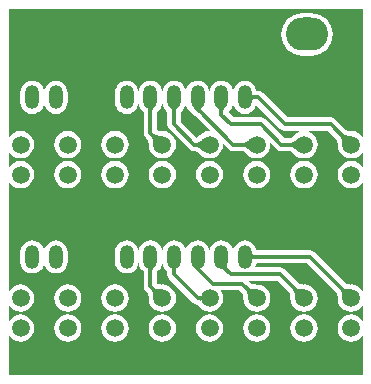
<source format=gbl>
G04 Layer_Physical_Order=2*
G04 Layer_Color=16711680*
%FSLAX44Y44*%
%MOMM*%
G71*
G01*
G75*
%ADD10O,1.2000X2.0000*%
%ADD11O,3.5560X2.7940*%
%ADD12C,1.5000*%
%ADD13R,1.5000X1.5000*%
%ADD14C,0.3000*%
G36*
X168253Y-123996D02*
X167875Y-124023D01*
X167596Y-124107D01*
X167416Y-124248D01*
X167336Y-124445D01*
X167354Y-124698D01*
X167472Y-125007D01*
X167689Y-125374D01*
X168004Y-125796D01*
X168419Y-126275D01*
X168933Y-126810D01*
X166061Y-128180D01*
X161667Y-123988D01*
X168253Y-123996D01*
D02*
G37*
G36*
X127703Y-124175D02*
X127451Y-124284D01*
X127228Y-124466D01*
X127035Y-124721D01*
X126871Y-125049D01*
X126738Y-125450D01*
X126634Y-125924D01*
X126559Y-126471D01*
X126515Y-127091D01*
X126500Y-127783D01*
X123500D01*
X123485Y-127091D01*
X123366Y-125924D01*
X123262Y-125450D01*
X123129Y-125049D01*
X122965Y-124721D01*
X122772Y-124466D01*
X122549Y-124284D01*
X122297Y-124175D01*
X122014Y-124138D01*
X127986D01*
X127703Y-124175D01*
D02*
G37*
G36*
X169644Y-25250D02*
X168917Y-24537D01*
X167516Y-23338D01*
X166841Y-22850D01*
X166183Y-22438D01*
X165542Y-22100D01*
X164919Y-21837D01*
X164312Y-21650D01*
X163723Y-21537D01*
X163151Y-21500D01*
Y-18500D01*
X163723Y-18463D01*
X164312Y-18350D01*
X164919Y-18162D01*
X165542Y-17900D01*
X166183Y-17563D01*
X166841Y-17150D01*
X167516Y-16662D01*
X168208Y-16100D01*
X169644Y-14750D01*
Y-25250D01*
D02*
G37*
G36*
X249644D02*
X248917Y-24537D01*
X247516Y-23338D01*
X246841Y-22850D01*
X246183Y-22438D01*
X245542Y-22100D01*
X244919Y-21837D01*
X244312Y-21650D01*
X243723Y-21537D01*
X243151Y-21500D01*
Y-18500D01*
X243723Y-18463D01*
X244312Y-18350D01*
X244919Y-18162D01*
X245542Y-17900D01*
X246183Y-17563D01*
X246841Y-17150D01*
X247516Y-16662D01*
X248208Y-16100D01*
X249644Y-14750D01*
Y-25250D01*
D02*
G37*
G36*
X209644D02*
X208917Y-24537D01*
X207516Y-23338D01*
X206841Y-22850D01*
X206183Y-22438D01*
X205542Y-22100D01*
X204919Y-21837D01*
X204312Y-21650D01*
X203723Y-21537D01*
X203151Y-21500D01*
Y-18500D01*
X203723Y-18463D01*
X204312Y-18350D01*
X204919Y-18162D01*
X205542Y-17900D01*
X206183Y-17563D01*
X206841Y-17150D01*
X207516Y-16662D01*
X208208Y-16100D01*
X209644Y-14750D01*
Y-25250D01*
D02*
G37*
G36*
X147703Y-124175D02*
X147451Y-124284D01*
X147228Y-124466D01*
X147035Y-124721D01*
X146871Y-125049D01*
X146738Y-125450D01*
X146634Y-125924D01*
X146559Y-126471D01*
X146515Y-127091D01*
X146500Y-127783D01*
X143500D01*
X143485Y-127091D01*
X143366Y-125924D01*
X143262Y-125450D01*
X143129Y-125049D01*
X142965Y-124721D01*
X142772Y-124466D01*
X142549Y-124284D01*
X142297Y-124175D01*
X142014Y-124138D01*
X147986D01*
X147703Y-124175D01*
D02*
G37*
G36*
X167979Y-152637D02*
X167875Y-152421D01*
X167733Y-152227D01*
X167553Y-152057D01*
X167336Y-151909D01*
X167081Y-151784D01*
X166788Y-151682D01*
X166458Y-151602D01*
X166089Y-151545D01*
X165683Y-151511D01*
X165240Y-151500D01*
Y-148500D01*
X165683Y-148489D01*
X166089Y-148455D01*
X166458Y-148398D01*
X166788Y-148318D01*
X167081Y-148216D01*
X167336Y-148091D01*
X167553Y-147943D01*
X167733Y-147773D01*
X167875Y-147579D01*
X167979Y-147363D01*
Y-152637D01*
D02*
G37*
G36*
X128113Y-140939D02*
X128610Y-141276D01*
X129171Y-141572D01*
X129797Y-141827D01*
X130489Y-142042D01*
X131246Y-142215D01*
X132068Y-142348D01*
X132955Y-142440D01*
X134925Y-142500D01*
X127500Y-149925D01*
X127490Y-148907D01*
X127348Y-147068D01*
X127215Y-146246D01*
X127042Y-145489D01*
X126827Y-144797D01*
X126572Y-144171D01*
X126276Y-143610D01*
X125939Y-143113D01*
X125561Y-142683D01*
X127683Y-140561D01*
X128113Y-140939D01*
D02*
G37*
G36*
X208113D02*
X208610Y-141276D01*
X209171Y-141572D01*
X209797Y-141827D01*
X210489Y-142042D01*
X211246Y-142215D01*
X212068Y-142348D01*
X212955Y-142440D01*
X214925Y-142500D01*
X207500Y-149925D01*
X207490Y-148907D01*
X207348Y-147068D01*
X207215Y-146246D01*
X207042Y-145489D01*
X206828Y-144797D01*
X206572Y-144171D01*
X206276Y-143610D01*
X205939Y-143113D01*
X205561Y-142683D01*
X207682Y-140561D01*
X208113Y-140939D01*
D02*
G37*
G36*
X189741Y-122412D02*
X189573Y-122602D01*
X189486Y-122831D01*
X189480Y-123100D01*
X189556Y-123407D01*
X189713Y-123754D01*
X189951Y-124140D01*
X190271Y-124565D01*
X190672Y-125030D01*
X191155Y-125534D01*
X188362Y-126983D01*
X187826Y-126468D01*
X186832Y-125641D01*
X186374Y-125330D01*
X185943Y-125086D01*
X185537Y-124910D01*
X185158Y-124803D01*
X184805Y-124763D01*
X184478Y-124791D01*
X184177Y-124887D01*
X189991Y-122261D01*
X189741Y-122412D01*
D02*
G37*
G36*
X210998Y-112285D02*
X211089Y-112540D01*
X211241Y-112765D01*
X211453Y-112960D01*
X211726Y-113125D01*
X212059Y-113260D01*
X212453Y-113365D01*
X212907Y-113440D01*
X213423Y-113485D01*
X213998Y-113500D01*
Y-116500D01*
X213423Y-116515D01*
X212907Y-116560D01*
X212453Y-116635D01*
X212059Y-116740D01*
X211726Y-116875D01*
X211453Y-117040D01*
X211241Y-117235D01*
X211089Y-117460D01*
X210998Y-117715D01*
X210968Y-118000D01*
Y-112000D01*
X210998Y-112285D01*
D02*
G37*
G36*
X187703Y10825D02*
X187451Y10716D01*
X187228Y10534D01*
X187035Y10279D01*
X186871Y9951D01*
X186738Y9549D01*
X186634Y9076D01*
X186559Y8529D01*
X186515Y7909D01*
X186500Y7217D01*
X183500D01*
X183485Y7909D01*
X183366Y9076D01*
X183262Y9549D01*
X183129Y9951D01*
X182965Y10279D01*
X182772Y10534D01*
X182549Y10716D01*
X182297Y10825D01*
X182014Y10862D01*
X187986D01*
X187703Y10825D01*
D02*
G37*
G36*
X147703D02*
X147451Y10716D01*
X147228Y10534D01*
X147035Y10279D01*
X146871Y9951D01*
X146738Y9549D01*
X146634Y9076D01*
X146559Y8529D01*
X146515Y7909D01*
X146500Y7217D01*
X143500D01*
X143485Y7909D01*
X143366Y9076D01*
X143262Y9549D01*
X143129Y9951D01*
X142965Y10279D01*
X142772Y10534D01*
X142549Y10716D01*
X142297Y10825D01*
X142014Y10862D01*
X147986D01*
X147703Y10825D01*
D02*
G37*
G36*
X210998Y22715D02*
X211089Y22460D01*
X211241Y22235D01*
X211453Y22040D01*
X211726Y21875D01*
X212059Y21740D01*
X212453Y21635D01*
X212907Y21560D01*
X213423Y21515D01*
X213998Y21500D01*
Y18500D01*
X213423Y18485D01*
X212907Y18440D01*
X212453Y18365D01*
X212059Y18260D01*
X211726Y18125D01*
X211453Y17960D01*
X211241Y17765D01*
X211089Y17540D01*
X210998Y17285D01*
X210968Y17000D01*
Y23000D01*
X210998Y22715D01*
D02*
G37*
G36*
X248113Y-140939D02*
X248610Y-141276D01*
X249171Y-141572D01*
X249797Y-141827D01*
X250489Y-142042D01*
X251246Y-142215D01*
X252068Y-142348D01*
X252955Y-142440D01*
X254925Y-142500D01*
X247500Y-149925D01*
X247490Y-148907D01*
X247348Y-147068D01*
X247215Y-146246D01*
X247042Y-145489D01*
X246827Y-144797D01*
X246572Y-144171D01*
X246276Y-143610D01*
X245939Y-143113D01*
X245561Y-142683D01*
X247682Y-140561D01*
X248113Y-140939D01*
D02*
G37*
G36*
X288113D02*
X288610Y-141276D01*
X289171Y-141572D01*
X289797Y-141827D01*
X290489Y-142042D01*
X291246Y-142215D01*
X292068Y-142348D01*
X292955Y-142440D01*
X294925Y-142500D01*
X287500Y-149925D01*
X287490Y-148907D01*
X287348Y-147068D01*
X287215Y-146246D01*
X287042Y-145489D01*
X286827Y-144797D01*
X286572Y-144171D01*
X286276Y-143610D01*
X285939Y-143113D01*
X285561Y-142683D01*
X287682Y-140561D01*
X288113Y-140939D01*
D02*
G37*
G36*
X127703Y10825D02*
X127451Y10716D01*
X127228Y10534D01*
X127035Y10279D01*
X126871Y9951D01*
X126738Y9549D01*
X126634Y9076D01*
X126559Y8529D01*
X126515Y7909D01*
X126500Y7217D01*
X123500D01*
X123485Y7909D01*
X123366Y9076D01*
X123262Y9549D01*
X123129Y9951D01*
X122965Y10279D01*
X122772Y10534D01*
X122549Y10716D01*
X122297Y10825D01*
X122014Y10862D01*
X127986D01*
X127703Y10825D01*
D02*
G37*
G36*
X288113Y-10939D02*
X288610Y-11276D01*
X289171Y-11572D01*
X289797Y-11827D01*
X290489Y-12042D01*
X291246Y-12215D01*
X292068Y-12348D01*
X292955Y-12440D01*
X294925Y-12500D01*
X287500Y-19925D01*
X287490Y-18907D01*
X287348Y-17068D01*
X287215Y-16246D01*
X287042Y-15489D01*
X286827Y-14797D01*
X286572Y-14171D01*
X286276Y-13609D01*
X285939Y-13113D01*
X285561Y-12682D01*
X287682Y-10561D01*
X288113Y-10939D01*
D02*
G37*
G36*
X128113D02*
X128610Y-11276D01*
X129171Y-11572D01*
X129797Y-11827D01*
X130489Y-12042D01*
X131246Y-12215D01*
X132068Y-12348D01*
X132955Y-12440D01*
X134925Y-12500D01*
X127500Y-19925D01*
X127490Y-18907D01*
X127348Y-17068D01*
X127215Y-16246D01*
X127042Y-15489D01*
X126827Y-14797D01*
X126572Y-14171D01*
X126276Y-13609D01*
X125939Y-13113D01*
X125561Y-12682D01*
X127683Y-10561D01*
X128113Y-10939D01*
D02*
G37*
G36*
X304800Y0D02*
Y-13881D01*
X303202Y-11798D01*
X300800Y-9955D01*
X298002Y-8796D01*
X295000Y-8401D01*
X294867Y-8418D01*
X293228Y-8368D01*
X292603Y-8303D01*
X292027Y-8210D01*
X291550Y-8101D01*
X291173Y-7984D01*
X290896Y-7871D01*
X290713Y-7775D01*
X290689Y-7758D01*
X281505Y1425D01*
X279686Y2641D01*
X277540Y3068D01*
X241083D01*
X220185Y23965D01*
X218366Y25181D01*
X216220Y25608D01*
X214875D01*
X214743Y26611D01*
X213735Y29043D01*
X212132Y31132D01*
X210043Y32735D01*
X207610Y33743D01*
X205000Y34086D01*
X202390Y33743D01*
X199957Y32735D01*
X197868Y31132D01*
X196265Y29043D01*
X195257Y26611D01*
X195000Y24655D01*
X194743Y26611D01*
X193735Y29043D01*
X192132Y31132D01*
X190043Y32735D01*
X187610Y33743D01*
X185000Y34086D01*
X182390Y33743D01*
X179957Y32735D01*
X177868Y31132D01*
X176265Y29043D01*
X175257Y26611D01*
X175000Y24655D01*
X174743Y26611D01*
X173735Y29043D01*
X172132Y31132D01*
X170043Y32735D01*
X167610Y33743D01*
X165000Y34086D01*
X162390Y33743D01*
X159957Y32735D01*
X157868Y31132D01*
X156265Y29043D01*
X155257Y26611D01*
X155000Y24655D01*
X154743Y26611D01*
X153735Y29043D01*
X152132Y31132D01*
X150043Y32735D01*
X147611Y33743D01*
X145000Y34086D01*
X142389Y33743D01*
X139957Y32735D01*
X137868Y31132D01*
X136265Y29043D01*
X135257Y26611D01*
X135000Y24655D01*
X134743Y26611D01*
X133735Y29043D01*
X132132Y31132D01*
X130043Y32735D01*
X127611Y33743D01*
X125000Y34086D01*
X122389Y33743D01*
X119957Y32735D01*
X117868Y31132D01*
X116265Y29043D01*
X115257Y26611D01*
X115000Y24655D01*
X114743Y26611D01*
X113735Y29043D01*
X112132Y31132D01*
X110043Y32735D01*
X107611Y33743D01*
X105000Y34086D01*
X102389Y33743D01*
X99957Y32735D01*
X97868Y31132D01*
X96265Y29043D01*
X95257Y26611D01*
X94914Y24000D01*
Y16000D01*
X95257Y13390D01*
X96265Y10957D01*
X97868Y8868D01*
X99957Y7265D01*
X102389Y6257D01*
X105000Y5914D01*
X107611Y6257D01*
X110043Y7265D01*
X112132Y8868D01*
X113735Y10957D01*
X114743Y13390D01*
X115000Y15345D01*
X115257Y13390D01*
X116265Y10957D01*
X117868Y8868D01*
X119392Y7698D01*
Y-10000D01*
X119819Y-12146D01*
X121035Y-13965D01*
X122758Y-15689D01*
X122775Y-15713D01*
X122871Y-15896D01*
X122984Y-16173D01*
X123101Y-16550D01*
X123210Y-17027D01*
X123295Y-17551D01*
X123414Y-19085D01*
X123421Y-19846D01*
X123401Y-20000D01*
X123796Y-23002D01*
X124955Y-25800D01*
X126798Y-28202D01*
X129200Y-30045D01*
X131998Y-31204D01*
X135000Y-31599D01*
X138002Y-31204D01*
X140800Y-30045D01*
X143202Y-28202D01*
X145045Y-25800D01*
X146204Y-23002D01*
X146599Y-20000D01*
X146204Y-16998D01*
X145045Y-14200D01*
X143202Y-11798D01*
X140800Y-9955D01*
X138002Y-8796D01*
X135000Y-8401D01*
X134867Y-8418D01*
X133228Y-8368D01*
X132603Y-8303D01*
X132027Y-8210D01*
X131550Y-8101D01*
X131173Y-7984D01*
X130896Y-7871D01*
X130713Y-7775D01*
X130689Y-7758D01*
X130608Y-7677D01*
Y7698D01*
X132132Y8868D01*
X133735Y10957D01*
X134743Y13390D01*
X135000Y15345D01*
X135257Y13390D01*
X136265Y10957D01*
X137868Y8868D01*
X139392Y7698D01*
Y-2760D01*
X139819Y-4906D01*
X141035Y-6725D01*
X158275Y-23965D01*
X160094Y-25181D01*
X162240Y-25608D01*
X163295D01*
X163325Y-25613D01*
X163521Y-25674D01*
X163797Y-25791D01*
X164146Y-25974D01*
X164561Y-26234D01*
X164991Y-26545D01*
X166160Y-27546D01*
X166703Y-28079D01*
X166798Y-28202D01*
X169200Y-30045D01*
X171998Y-31204D01*
X175000Y-31599D01*
X178002Y-31204D01*
X180800Y-30045D01*
X183202Y-28202D01*
X185045Y-25800D01*
X186204Y-23002D01*
X186599Y-20000D01*
X186488Y-19159D01*
X191295Y-23965D01*
X193114Y-25181D01*
X195260Y-25608D01*
X203295D01*
X203325Y-25613D01*
X203521Y-25674D01*
X203797Y-25791D01*
X204146Y-25974D01*
X204561Y-26234D01*
X204991Y-26545D01*
X206160Y-27546D01*
X206703Y-28079D01*
X206798Y-28202D01*
X209200Y-30045D01*
X211998Y-31204D01*
X215000Y-31599D01*
X218002Y-31204D01*
X220800Y-30045D01*
X223202Y-28202D01*
X225045Y-25800D01*
X226204Y-23002D01*
X226599Y-20000D01*
X226391Y-18422D01*
X231935Y-23965D01*
X233754Y-25181D01*
X235900Y-25608D01*
X243295D01*
X243325Y-25613D01*
X243521Y-25674D01*
X243797Y-25791D01*
X244146Y-25974D01*
X244561Y-26234D01*
X244991Y-26545D01*
X246160Y-27546D01*
X246703Y-28079D01*
X246798Y-28202D01*
X249200Y-30045D01*
X251998Y-31204D01*
X255000Y-31599D01*
X258002Y-31204D01*
X260800Y-30045D01*
X263202Y-28202D01*
X265045Y-25800D01*
X266204Y-23002D01*
X266599Y-20000D01*
X266204Y-16998D01*
X265045Y-14200D01*
X263202Y-11798D01*
X260800Y-9955D01*
X258002Y-8796D01*
X255000Y-8401D01*
X251998Y-8796D01*
X249200Y-9955D01*
X246798Y-11798D01*
X246716Y-11904D01*
X245522Y-13028D01*
X245034Y-13424D01*
X244561Y-13766D01*
X244146Y-14026D01*
X243797Y-14210D01*
X243521Y-14326D01*
X243325Y-14387D01*
X243295Y-14392D01*
X238223D01*
X222405Y1425D01*
X220586Y2641D01*
X218440Y3068D01*
X195363D01*
X190678Y7752D01*
X192132Y8868D01*
X193735Y10957D01*
X194743Y13390D01*
X195000Y15345D01*
X195257Y13390D01*
X196265Y10957D01*
X197868Y8868D01*
X199957Y7265D01*
X202390Y6257D01*
X205000Y5914D01*
X207610Y6257D01*
X210043Y7265D01*
X212132Y8868D01*
X213735Y10957D01*
X214743Y13390D01*
X214761Y13529D01*
X234795Y-6505D01*
X236614Y-7721D01*
X238760Y-8148D01*
X275217D01*
X282758Y-15689D01*
X282775Y-15713D01*
X282871Y-15896D01*
X282984Y-16173D01*
X283101Y-16550D01*
X283210Y-17027D01*
X283295Y-17551D01*
X283414Y-19085D01*
X283421Y-19846D01*
X283401Y-20000D01*
X283796Y-23002D01*
X284955Y-25800D01*
X286798Y-28202D01*
X289200Y-30045D01*
X291998Y-31204D01*
X295000Y-31599D01*
X298002Y-31204D01*
X300800Y-30045D01*
X303202Y-28202D01*
X304800Y-26119D01*
Y-39281D01*
X303202Y-37198D01*
X300800Y-35355D01*
X298002Y-34196D01*
X295000Y-33801D01*
X291998Y-34196D01*
X289200Y-35355D01*
X286798Y-37198D01*
X284955Y-39600D01*
X283796Y-42398D01*
X283401Y-45400D01*
X283796Y-48402D01*
X284955Y-51200D01*
X286798Y-53602D01*
X289200Y-55445D01*
X291998Y-56604D01*
X295000Y-56999D01*
X298002Y-56604D01*
X300800Y-55445D01*
X303202Y-53602D01*
X304800Y-51519D01*
Y-143881D01*
X303202Y-141798D01*
X300800Y-139955D01*
X298002Y-138796D01*
X295000Y-138401D01*
X294867Y-138418D01*
X293228Y-138368D01*
X292603Y-138303D01*
X292027Y-138210D01*
X291550Y-138101D01*
X291173Y-137984D01*
X290896Y-137871D01*
X290713Y-137775D01*
X290689Y-137758D01*
X263965Y-111035D01*
X262146Y-109819D01*
X260000Y-109392D01*
X214875D01*
X214743Y-108390D01*
X213735Y-105957D01*
X212132Y-103868D01*
X210043Y-102265D01*
X207610Y-101257D01*
X205000Y-100914D01*
X202390Y-101257D01*
X199957Y-102265D01*
X197868Y-103868D01*
X196265Y-105957D01*
X195257Y-108390D01*
X195000Y-110345D01*
X194743Y-108390D01*
X193735Y-105957D01*
X192132Y-103868D01*
X190043Y-102265D01*
X187610Y-101257D01*
X185000Y-100914D01*
X182390Y-101257D01*
X179957Y-102265D01*
X177868Y-103868D01*
X176265Y-105957D01*
X175257Y-108390D01*
X175000Y-110345D01*
X174743Y-108390D01*
X173735Y-105957D01*
X172132Y-103868D01*
X170043Y-102265D01*
X167610Y-101257D01*
X165000Y-100914D01*
X162390Y-101257D01*
X159957Y-102265D01*
X157868Y-103868D01*
X156265Y-105957D01*
X155257Y-108390D01*
X155000Y-110345D01*
X154743Y-108390D01*
X153735Y-105957D01*
X152132Y-103868D01*
X150043Y-102265D01*
X147611Y-101257D01*
X145000Y-100914D01*
X142389Y-101257D01*
X139957Y-102265D01*
X137868Y-103868D01*
X136265Y-105957D01*
X135257Y-108390D01*
X135000Y-110345D01*
X134743Y-108390D01*
X133735Y-105957D01*
X132132Y-103868D01*
X130043Y-102265D01*
X127611Y-101257D01*
X125000Y-100914D01*
X122389Y-101257D01*
X119957Y-102265D01*
X117868Y-103868D01*
X116265Y-105957D01*
X115257Y-108390D01*
X115000Y-110345D01*
X114743Y-108390D01*
X113735Y-105957D01*
X112132Y-103868D01*
X110043Y-102265D01*
X107611Y-101257D01*
X105000Y-100914D01*
X102389Y-101257D01*
X99957Y-102265D01*
X97868Y-103868D01*
X96265Y-105957D01*
X95257Y-108390D01*
X94914Y-111000D01*
Y-119000D01*
X95257Y-121610D01*
X96265Y-124043D01*
X97868Y-126132D01*
X99957Y-127735D01*
X102389Y-128743D01*
X105000Y-129086D01*
X107611Y-128743D01*
X110043Y-127735D01*
X112132Y-126132D01*
X113735Y-124043D01*
X114743Y-121610D01*
X115000Y-119655D01*
X115257Y-121610D01*
X116265Y-124043D01*
X117868Y-126132D01*
X119392Y-127302D01*
Y-140000D01*
X119819Y-142146D01*
X121035Y-143965D01*
X122758Y-145689D01*
X122775Y-145713D01*
X122871Y-145896D01*
X122984Y-146173D01*
X123101Y-146550D01*
X123210Y-147027D01*
X123295Y-147551D01*
X123414Y-149085D01*
X123421Y-149846D01*
X123401Y-150000D01*
X123796Y-153002D01*
X124955Y-155800D01*
X126798Y-158202D01*
X129200Y-160045D01*
X131998Y-161204D01*
X135000Y-161599D01*
X138002Y-161204D01*
X140800Y-160045D01*
X143202Y-158202D01*
X145045Y-155800D01*
X146204Y-153002D01*
X146599Y-150000D01*
X146204Y-146998D01*
X145045Y-144200D01*
X143202Y-141798D01*
X140800Y-139955D01*
X138002Y-138796D01*
X135000Y-138401D01*
X134867Y-138418D01*
X133228Y-138368D01*
X132603Y-138303D01*
X132027Y-138210D01*
X131550Y-138101D01*
X131173Y-137984D01*
X130896Y-137871D01*
X130713Y-137775D01*
X130689Y-137758D01*
X130608Y-137677D01*
Y-127302D01*
X132132Y-126132D01*
X133735Y-124043D01*
X134743Y-121610D01*
X135000Y-119655D01*
X135257Y-121610D01*
X136265Y-124043D01*
X137868Y-126132D01*
X139392Y-127302D01*
Y-129760D01*
X139819Y-131906D01*
X141035Y-133725D01*
X161275Y-153965D01*
X163094Y-155181D01*
X164842Y-155529D01*
X164955Y-155800D01*
X166798Y-158202D01*
X169200Y-160045D01*
X171998Y-161204D01*
X175000Y-161599D01*
X178002Y-161204D01*
X180800Y-160045D01*
X183202Y-158202D01*
X185045Y-155800D01*
X186204Y-153002D01*
X186599Y-150000D01*
X186204Y-146998D01*
X185045Y-144200D01*
X184299Y-143228D01*
X200297D01*
X202758Y-145689D01*
X202775Y-145713D01*
X202871Y-145896D01*
X202984Y-146173D01*
X203101Y-146550D01*
X203210Y-147027D01*
X203295Y-147551D01*
X203414Y-149085D01*
X203421Y-149846D01*
X203401Y-150000D01*
X203796Y-153002D01*
X204955Y-155800D01*
X206798Y-158202D01*
X209200Y-160045D01*
X211998Y-161204D01*
X215000Y-161599D01*
X218002Y-161204D01*
X220800Y-160045D01*
X223202Y-158202D01*
X225045Y-155800D01*
X226204Y-153002D01*
X226599Y-150000D01*
X226204Y-146998D01*
X225045Y-144200D01*
X223202Y-141798D01*
X220800Y-139955D01*
X218002Y-138796D01*
X215000Y-138401D01*
X214867Y-138418D01*
X213228Y-138368D01*
X212603Y-138303D01*
X212027Y-138210D01*
X211550Y-138101D01*
X211173Y-137984D01*
X210896Y-137871D01*
X210713Y-137775D01*
X210689Y-137758D01*
X208078Y-135148D01*
X232217D01*
X242758Y-145689D01*
X242775Y-145713D01*
X242871Y-145896D01*
X242984Y-146173D01*
X243101Y-146550D01*
X243210Y-147027D01*
X243295Y-147551D01*
X243414Y-149085D01*
X243421Y-149846D01*
X243401Y-150000D01*
X243796Y-153002D01*
X244955Y-155800D01*
X246798Y-158202D01*
X249200Y-160045D01*
X251998Y-161204D01*
X255000Y-161599D01*
X258002Y-161204D01*
X260800Y-160045D01*
X263202Y-158202D01*
X265045Y-155800D01*
X266204Y-153002D01*
X266599Y-150000D01*
X266204Y-146998D01*
X265045Y-144200D01*
X263202Y-141798D01*
X260800Y-139955D01*
X258002Y-138796D01*
X255000Y-138401D01*
X254867Y-138418D01*
X253228Y-138368D01*
X252603Y-138303D01*
X252027Y-138210D01*
X251550Y-138101D01*
X251173Y-137984D01*
X250896Y-137871D01*
X250713Y-137775D01*
X250689Y-137758D01*
X238505Y-125575D01*
X236686Y-124359D01*
X234540Y-123932D01*
X213781D01*
X214743Y-121610D01*
X214875Y-120608D01*
X257677D01*
X282758Y-145689D01*
X282775Y-145713D01*
X282871Y-145896D01*
X282984Y-146173D01*
X283101Y-146550D01*
X283210Y-147027D01*
X283295Y-147551D01*
X283414Y-149085D01*
X283421Y-149846D01*
X283401Y-150000D01*
X283796Y-153002D01*
X284955Y-155800D01*
X286798Y-158202D01*
X289200Y-160045D01*
X291998Y-161204D01*
X295000Y-161599D01*
X298002Y-161204D01*
X300800Y-160045D01*
X303202Y-158202D01*
X304800Y-156119D01*
Y-169281D01*
X303202Y-167198D01*
X300800Y-165355D01*
X298002Y-164196D01*
X295000Y-163801D01*
X291998Y-164196D01*
X289200Y-165355D01*
X286798Y-167198D01*
X284955Y-169600D01*
X283796Y-172398D01*
X283401Y-175400D01*
X283796Y-178402D01*
X284955Y-181200D01*
X286798Y-183602D01*
X289200Y-185445D01*
X291998Y-186604D01*
X295000Y-186999D01*
X298002Y-186604D01*
X300800Y-185445D01*
X303202Y-183602D01*
X304800Y-181519D01*
Y-214902D01*
X5098D01*
Y-181386D01*
X6798Y-183602D01*
X9200Y-185445D01*
X11998Y-186604D01*
X15000Y-186999D01*
X18002Y-186604D01*
X20800Y-185445D01*
X23202Y-183602D01*
X25045Y-181200D01*
X26204Y-178402D01*
X26599Y-175400D01*
X26204Y-172398D01*
X25045Y-169600D01*
X23202Y-167198D01*
X20800Y-165355D01*
X18002Y-164196D01*
X15000Y-163801D01*
X11998Y-164196D01*
X9200Y-165355D01*
X6798Y-167198D01*
X5098Y-169414D01*
Y-155986D01*
X6798Y-158202D01*
X9200Y-160045D01*
X11998Y-161204D01*
X15000Y-161599D01*
X18002Y-161204D01*
X20800Y-160045D01*
X23202Y-158202D01*
X25045Y-155800D01*
X26204Y-153002D01*
X26599Y-150000D01*
X26204Y-146998D01*
X25045Y-144200D01*
X23202Y-141798D01*
X20800Y-139955D01*
X18002Y-138796D01*
X15000Y-138401D01*
X11998Y-138796D01*
X9200Y-139955D01*
X6798Y-141798D01*
X5098Y-144014D01*
Y-51386D01*
X6798Y-53602D01*
X9200Y-55445D01*
X11998Y-56604D01*
X15000Y-56999D01*
X18002Y-56604D01*
X20800Y-55445D01*
X23202Y-53602D01*
X25045Y-51200D01*
X26204Y-48402D01*
X26599Y-45400D01*
X26204Y-42398D01*
X25045Y-39600D01*
X23202Y-37198D01*
X20800Y-35355D01*
X18002Y-34196D01*
X15000Y-33801D01*
X11998Y-34196D01*
X9200Y-35355D01*
X6798Y-37198D01*
X5098Y-39414D01*
Y-25986D01*
X6798Y-28202D01*
X9200Y-30045D01*
X11998Y-31204D01*
X15000Y-31599D01*
X18002Y-31204D01*
X20800Y-30045D01*
X23202Y-28202D01*
X25045Y-25800D01*
X26204Y-23002D01*
X26599Y-20000D01*
X26204Y-16998D01*
X25045Y-14200D01*
X23202Y-11798D01*
X20800Y-9955D01*
X18002Y-8796D01*
X15000Y-8401D01*
X11998Y-8796D01*
X9200Y-9955D01*
X6798Y-11798D01*
X5098Y-14014D01*
Y0D01*
Y94902D01*
X304800D01*
Y0D01*
D02*
G37*
G36*
X168030Y11073D02*
X167758Y10983D01*
X167585Y10838D01*
X167511Y10636D01*
X167535Y10378D01*
X167657Y10065D01*
X167878Y9695D01*
X168197Y9269D01*
X168615Y8788D01*
X169131Y8250D01*
X166296Y6843D01*
X161667Y11013D01*
X168400Y11107D01*
X168030Y11073D01*
D02*
G37*
G36*
X155257Y13390D02*
X156265Y10957D01*
X157868Y8868D01*
X158758Y8185D01*
X158824Y8088D01*
X158891Y8046D01*
X158938Y7983D01*
X163068Y4262D01*
X175841Y-8511D01*
X175000Y-8401D01*
X171998Y-8796D01*
X169200Y-9955D01*
X166798Y-11798D01*
X166716Y-11904D01*
X165522Y-13028D01*
X165034Y-13424D01*
X164561Y-13766D01*
X164177Y-14007D01*
X150608Y-437D01*
Y7698D01*
X152132Y8868D01*
X153735Y10957D01*
X154743Y13390D01*
X155000Y15345D01*
X155257Y13390D01*
D02*
G37*
%LPC*%
G36*
X135000Y-163801D02*
X131998Y-164196D01*
X129200Y-165355D01*
X126798Y-167198D01*
X124955Y-169600D01*
X123796Y-172398D01*
X123401Y-175400D01*
X123796Y-178402D01*
X124955Y-181200D01*
X126798Y-183602D01*
X129200Y-185445D01*
X131998Y-186604D01*
X135000Y-186999D01*
X138002Y-186604D01*
X140800Y-185445D01*
X143202Y-183602D01*
X145045Y-181200D01*
X146204Y-178402D01*
X146599Y-175400D01*
X146204Y-172398D01*
X145045Y-169600D01*
X143202Y-167198D01*
X140800Y-165355D01*
X138002Y-164196D01*
X135000Y-163801D01*
D02*
G37*
G36*
X175000D02*
X171998Y-164196D01*
X169200Y-165355D01*
X166798Y-167198D01*
X164955Y-169600D01*
X163796Y-172398D01*
X163401Y-175400D01*
X163796Y-178402D01*
X164955Y-181200D01*
X166798Y-183602D01*
X169200Y-185445D01*
X171998Y-186604D01*
X175000Y-186999D01*
X178002Y-186604D01*
X180800Y-185445D01*
X183202Y-183602D01*
X185045Y-181200D01*
X186204Y-178402D01*
X186599Y-175400D01*
X186204Y-172398D01*
X185045Y-169600D01*
X183202Y-167198D01*
X180800Y-165355D01*
X178002Y-164196D01*
X175000Y-163801D01*
D02*
G37*
G36*
X55000D02*
X51998Y-164196D01*
X49200Y-165355D01*
X46798Y-167198D01*
X44955Y-169600D01*
X43796Y-172398D01*
X43401Y-175400D01*
X43796Y-178402D01*
X44955Y-181200D01*
X46798Y-183602D01*
X49200Y-185445D01*
X51998Y-186604D01*
X55000Y-186999D01*
X58002Y-186604D01*
X60800Y-185445D01*
X63202Y-183602D01*
X65045Y-181200D01*
X66204Y-178402D01*
X66599Y-175400D01*
X66204Y-172398D01*
X65045Y-169600D01*
X63202Y-167198D01*
X60800Y-165355D01*
X58002Y-164196D01*
X55000Y-163801D01*
D02*
G37*
G36*
X95000D02*
X91998Y-164196D01*
X89200Y-165355D01*
X86798Y-167198D01*
X84955Y-169600D01*
X83796Y-172398D01*
X83401Y-175400D01*
X83796Y-178402D01*
X84955Y-181200D01*
X86798Y-183602D01*
X89200Y-185445D01*
X91998Y-186604D01*
X95000Y-186999D01*
X98002Y-186604D01*
X100800Y-185445D01*
X103202Y-183602D01*
X105045Y-181200D01*
X106204Y-178402D01*
X106599Y-175400D01*
X106204Y-172398D01*
X105045Y-169600D01*
X103202Y-167198D01*
X100800Y-165355D01*
X98002Y-164196D01*
X95000Y-163801D01*
D02*
G37*
G36*
X55000Y-138401D02*
X51998Y-138796D01*
X49200Y-139955D01*
X46798Y-141798D01*
X44955Y-144200D01*
X43796Y-146998D01*
X43401Y-150000D01*
X43796Y-153002D01*
X44955Y-155800D01*
X46798Y-158202D01*
X49200Y-160045D01*
X51998Y-161204D01*
X55000Y-161599D01*
X58002Y-161204D01*
X60800Y-160045D01*
X63202Y-158202D01*
X65045Y-155800D01*
X66204Y-153002D01*
X66599Y-150000D01*
X66204Y-146998D01*
X65045Y-144200D01*
X63202Y-141798D01*
X60800Y-139955D01*
X58002Y-138796D01*
X55000Y-138401D01*
D02*
G37*
G36*
X95000D02*
X91998Y-138796D01*
X89200Y-139955D01*
X86798Y-141798D01*
X84955Y-144200D01*
X83796Y-146998D01*
X83401Y-150000D01*
X83796Y-153002D01*
X84955Y-155800D01*
X86798Y-158202D01*
X89200Y-160045D01*
X91998Y-161204D01*
X95000Y-161599D01*
X98002Y-161204D01*
X100800Y-160045D01*
X103202Y-158202D01*
X105045Y-155800D01*
X106204Y-153002D01*
X106599Y-150000D01*
X106204Y-146998D01*
X105045Y-144200D01*
X103202Y-141798D01*
X100800Y-139955D01*
X98002Y-138796D01*
X95000Y-138401D01*
D02*
G37*
G36*
X215000Y-163801D02*
X211998Y-164196D01*
X209200Y-165355D01*
X206798Y-167198D01*
X204955Y-169600D01*
X203796Y-172398D01*
X203401Y-175400D01*
X203796Y-178402D01*
X204955Y-181200D01*
X206798Y-183602D01*
X209200Y-185445D01*
X211998Y-186604D01*
X215000Y-186999D01*
X218002Y-186604D01*
X220800Y-185445D01*
X223202Y-183602D01*
X225045Y-181200D01*
X226204Y-178402D01*
X226599Y-175400D01*
X226204Y-172398D01*
X225045Y-169600D01*
X223202Y-167198D01*
X220800Y-165355D01*
X218002Y-164196D01*
X215000Y-163801D01*
D02*
G37*
G36*
X255000D02*
X251998Y-164196D01*
X249200Y-165355D01*
X246798Y-167198D01*
X244955Y-169600D01*
X243796Y-172398D01*
X243401Y-175400D01*
X243796Y-178402D01*
X244955Y-181200D01*
X246798Y-183602D01*
X249200Y-185445D01*
X251998Y-186604D01*
X255000Y-186999D01*
X258002Y-186604D01*
X260800Y-185445D01*
X263202Y-183602D01*
X265045Y-181200D01*
X266204Y-178402D01*
X266599Y-175400D01*
X266204Y-172398D01*
X265045Y-169600D01*
X263202Y-167198D01*
X260800Y-165355D01*
X258002Y-164196D01*
X255000Y-163801D01*
D02*
G37*
G36*
X55000Y-8401D02*
X51998Y-8796D01*
X49200Y-9955D01*
X46798Y-11798D01*
X44955Y-14200D01*
X43796Y-16998D01*
X43401Y-20000D01*
X43796Y-23002D01*
X44955Y-25800D01*
X46798Y-28202D01*
X49200Y-30045D01*
X51998Y-31204D01*
X55000Y-31599D01*
X58002Y-31204D01*
X60800Y-30045D01*
X63202Y-28202D01*
X65045Y-25800D01*
X66204Y-23002D01*
X66599Y-20000D01*
X66204Y-16998D01*
X65045Y-14200D01*
X63202Y-11798D01*
X60800Y-9955D01*
X58002Y-8796D01*
X55000Y-8401D01*
D02*
G37*
G36*
X255000Y-33801D02*
X251998Y-34196D01*
X249200Y-35355D01*
X246798Y-37198D01*
X244955Y-39600D01*
X243796Y-42398D01*
X243401Y-45400D01*
X243796Y-48402D01*
X244955Y-51200D01*
X246798Y-53602D01*
X249200Y-55445D01*
X251998Y-56604D01*
X255000Y-56999D01*
X258002Y-56604D01*
X260800Y-55445D01*
X263202Y-53602D01*
X265045Y-51200D01*
X266204Y-48402D01*
X266599Y-45400D01*
X266204Y-42398D01*
X265045Y-39600D01*
X263202Y-37198D01*
X260800Y-35355D01*
X258002Y-34196D01*
X255000Y-33801D01*
D02*
G37*
G36*
X95000Y-8401D02*
X91998Y-8796D01*
X89200Y-9955D01*
X86798Y-11798D01*
X84955Y-14200D01*
X83796Y-16998D01*
X83401Y-20000D01*
X83796Y-23002D01*
X84955Y-25800D01*
X86798Y-28202D01*
X89200Y-30045D01*
X91998Y-31204D01*
X95000Y-31599D01*
X98002Y-31204D01*
X100800Y-30045D01*
X103202Y-28202D01*
X105045Y-25800D01*
X106204Y-23002D01*
X106599Y-20000D01*
X106204Y-16998D01*
X105045Y-14200D01*
X103202Y-11798D01*
X100800Y-9955D01*
X98002Y-8796D01*
X95000Y-8401D01*
D02*
G37*
G36*
X261310Y91357D02*
X253690D01*
X250167Y91010D01*
X246780Y89982D01*
X243658Y88314D01*
X240922Y86068D01*
X238676Y83332D01*
X237008Y80210D01*
X235980Y76823D01*
X235633Y73300D01*
X235980Y69777D01*
X237008Y66390D01*
X238676Y63268D01*
X240922Y60532D01*
X243658Y58286D01*
X246780Y56618D01*
X250167Y55590D01*
X253690Y55243D01*
X261310D01*
X264833Y55590D01*
X268220Y56618D01*
X271342Y58286D01*
X274078Y60532D01*
X276324Y63268D01*
X277992Y66390D01*
X279020Y69777D01*
X279367Y73300D01*
X279020Y76823D01*
X277992Y80210D01*
X276324Y83332D01*
X274078Y86068D01*
X271342Y88314D01*
X268220Y89982D01*
X264833Y91010D01*
X261310Y91357D01*
D02*
G37*
G36*
X45000Y34086D02*
X42389Y33743D01*
X39957Y32735D01*
X37868Y31132D01*
X36265Y29043D01*
X35257Y26611D01*
X35000Y24655D01*
X34743Y26611D01*
X33735Y29043D01*
X32132Y31132D01*
X30043Y32735D01*
X27610Y33743D01*
X25000Y34086D01*
X22390Y33743D01*
X19957Y32735D01*
X17868Y31132D01*
X16265Y29043D01*
X15257Y26611D01*
X14914Y24000D01*
Y16000D01*
X15257Y13390D01*
X16265Y10957D01*
X17868Y8868D01*
X19957Y7265D01*
X22390Y6257D01*
X25000Y5914D01*
X27610Y6257D01*
X30043Y7265D01*
X32132Y8868D01*
X33735Y10957D01*
X34743Y13390D01*
X35000Y15345D01*
X35257Y13390D01*
X36265Y10957D01*
X37868Y8868D01*
X39957Y7265D01*
X42389Y6257D01*
X45000Y5914D01*
X47611Y6257D01*
X50043Y7265D01*
X52132Y8868D01*
X53735Y10957D01*
X54743Y13390D01*
X55086Y16000D01*
Y24000D01*
X54743Y26611D01*
X53735Y29043D01*
X52132Y31132D01*
X50043Y32735D01*
X47611Y33743D01*
X45000Y34086D01*
D02*
G37*
G36*
X215000Y-33801D02*
X211998Y-34196D01*
X209200Y-35355D01*
X206798Y-37198D01*
X204955Y-39600D01*
X203796Y-42398D01*
X203401Y-45400D01*
X203796Y-48402D01*
X204955Y-51200D01*
X206798Y-53602D01*
X209200Y-55445D01*
X211998Y-56604D01*
X215000Y-56999D01*
X218002Y-56604D01*
X220800Y-55445D01*
X223202Y-53602D01*
X225045Y-51200D01*
X226204Y-48402D01*
X226599Y-45400D01*
X226204Y-42398D01*
X225045Y-39600D01*
X223202Y-37198D01*
X220800Y-35355D01*
X218002Y-34196D01*
X215000Y-33801D01*
D02*
G37*
G36*
X55000D02*
X51998Y-34196D01*
X49200Y-35355D01*
X46798Y-37198D01*
X44955Y-39600D01*
X43796Y-42398D01*
X43401Y-45400D01*
X43796Y-48402D01*
X44955Y-51200D01*
X46798Y-53602D01*
X49200Y-55445D01*
X51998Y-56604D01*
X55000Y-56999D01*
X58002Y-56604D01*
X60800Y-55445D01*
X63202Y-53602D01*
X65045Y-51200D01*
X66204Y-48402D01*
X66599Y-45400D01*
X66204Y-42398D01*
X65045Y-39600D01*
X63202Y-37198D01*
X60800Y-35355D01*
X58002Y-34196D01*
X55000Y-33801D01*
D02*
G37*
G36*
X45000Y-100914D02*
X42389Y-101257D01*
X39957Y-102265D01*
X37868Y-103868D01*
X36265Y-105957D01*
X35257Y-108390D01*
X35000Y-110345D01*
X34743Y-108390D01*
X33735Y-105957D01*
X32132Y-103868D01*
X30043Y-102265D01*
X27610Y-101257D01*
X25000Y-100914D01*
X22390Y-101257D01*
X19957Y-102265D01*
X17868Y-103868D01*
X16265Y-105957D01*
X15257Y-108390D01*
X14914Y-111000D01*
Y-119000D01*
X15257Y-121610D01*
X16265Y-124043D01*
X17868Y-126132D01*
X19957Y-127735D01*
X22390Y-128743D01*
X25000Y-129086D01*
X27610Y-128743D01*
X30043Y-127735D01*
X32132Y-126132D01*
X33735Y-124043D01*
X34743Y-121610D01*
X35000Y-119655D01*
X35257Y-121610D01*
X36265Y-124043D01*
X37868Y-126132D01*
X39957Y-127735D01*
X42389Y-128743D01*
X45000Y-129086D01*
X47611Y-128743D01*
X50043Y-127735D01*
X52132Y-126132D01*
X53735Y-124043D01*
X54743Y-121610D01*
X55086Y-119000D01*
Y-111000D01*
X54743Y-108390D01*
X53735Y-105957D01*
X52132Y-103868D01*
X50043Y-102265D01*
X47611Y-101257D01*
X45000Y-100914D01*
D02*
G37*
G36*
X95000Y-33801D02*
X91998Y-34196D01*
X89200Y-35355D01*
X86798Y-37198D01*
X84955Y-39600D01*
X83796Y-42398D01*
X83401Y-45400D01*
X83796Y-48402D01*
X84955Y-51200D01*
X86798Y-53602D01*
X89200Y-55445D01*
X91998Y-56604D01*
X95000Y-56999D01*
X98002Y-56604D01*
X100800Y-55445D01*
X103202Y-53602D01*
X105045Y-51200D01*
X106204Y-48402D01*
X106599Y-45400D01*
X106204Y-42398D01*
X105045Y-39600D01*
X103202Y-37198D01*
X100800Y-35355D01*
X98002Y-34196D01*
X95000Y-33801D01*
D02*
G37*
G36*
X175000D02*
X171998Y-34196D01*
X169200Y-35355D01*
X166798Y-37198D01*
X164955Y-39600D01*
X163796Y-42398D01*
X163401Y-45400D01*
X163796Y-48402D01*
X164955Y-51200D01*
X166798Y-53602D01*
X169200Y-55445D01*
X171998Y-56604D01*
X175000Y-56999D01*
X178002Y-56604D01*
X180800Y-55445D01*
X183202Y-53602D01*
X185045Y-51200D01*
X186204Y-48402D01*
X186599Y-45400D01*
X186204Y-42398D01*
X185045Y-39600D01*
X183202Y-37198D01*
X180800Y-35355D01*
X178002Y-34196D01*
X175000Y-33801D01*
D02*
G37*
G36*
X135000D02*
X131998Y-34196D01*
X129200Y-35355D01*
X126798Y-37198D01*
X124955Y-39600D01*
X123796Y-42398D01*
X123401Y-45400D01*
X123796Y-48402D01*
X124955Y-51200D01*
X126798Y-53602D01*
X129200Y-55445D01*
X131998Y-56604D01*
X135000Y-56999D01*
X138002Y-56604D01*
X140800Y-55445D01*
X143202Y-53602D01*
X145045Y-51200D01*
X146204Y-48402D01*
X146599Y-45400D01*
X146204Y-42398D01*
X145045Y-39600D01*
X143202Y-37198D01*
X140800Y-35355D01*
X138002Y-34196D01*
X135000Y-33801D01*
D02*
G37*
%LPD*%
D10*
X25000Y-115000D02*
D03*
X45000D02*
D03*
X65000D02*
D03*
X85000D02*
D03*
X105000D02*
D03*
X125000D02*
D03*
X145000D02*
D03*
X165000D02*
D03*
X185000D02*
D03*
X205000D02*
D03*
X25000Y20000D02*
D03*
X45000D02*
D03*
X65000D02*
D03*
X85000D02*
D03*
X105000D02*
D03*
X125000D02*
D03*
X145000D02*
D03*
X165000D02*
D03*
X185000D02*
D03*
X205000D02*
D03*
D11*
X257500Y73300D02*
D03*
Y22500D02*
D03*
D12*
X15000Y-20000D02*
D03*
Y-45400D02*
D03*
X55000Y-20000D02*
D03*
Y-45400D02*
D03*
X95000Y-20000D02*
D03*
Y-45400D02*
D03*
X135000Y-20000D02*
D03*
Y-45400D02*
D03*
X175000Y-20000D02*
D03*
Y-45400D02*
D03*
X95000Y-150000D02*
D03*
Y-175400D02*
D03*
X215000Y-20000D02*
D03*
Y-45400D02*
D03*
X135000Y-150000D02*
D03*
Y-175400D02*
D03*
X255000Y-20000D02*
D03*
Y-45400D02*
D03*
X175000Y-150000D02*
D03*
Y-175400D02*
D03*
X295000Y-20000D02*
D03*
Y-45400D02*
D03*
X215000Y-150000D02*
D03*
Y-175400D02*
D03*
X15000Y-150000D02*
D03*
Y-175400D02*
D03*
X255000Y-150000D02*
D03*
Y-175400D02*
D03*
X55000Y-150000D02*
D03*
Y-175400D02*
D03*
X295000Y-150000D02*
D03*
Y-175400D02*
D03*
D13*
X15000Y-70800D02*
D03*
X55000D02*
D03*
X95000D02*
D03*
X135000D02*
D03*
X175000D02*
D03*
X95000Y-200800D02*
D03*
X215000Y-70800D02*
D03*
X135000Y-200800D02*
D03*
X255000Y-70800D02*
D03*
X175000Y-200800D02*
D03*
X295000Y-70800D02*
D03*
X215000Y-200800D02*
D03*
X15000D02*
D03*
X255000D02*
D03*
X55000D02*
D03*
X295000D02*
D03*
D14*
X165240Y-150000D02*
X175000D01*
X145000Y-129760D02*
X165240Y-150000D01*
X145000Y-129760D02*
Y-115000D01*
X234540Y-129540D02*
X255000Y-150000D01*
X193040Y-129540D02*
X234540D01*
X185000Y-121500D02*
X193040Y-129540D01*
X185000Y-121500D02*
Y-115000D01*
X195260Y-20000D02*
X215000D01*
X165000Y10260D02*
X195260Y-20000D01*
X165000Y10260D02*
Y20000D01*
X218440Y-2540D02*
X235900Y-20000D01*
X193040Y-2540D02*
X218440D01*
X185000Y5500D02*
X193040Y-2540D01*
X238760D02*
X277540D01*
X216220Y20000D02*
X238760Y-2540D01*
X205000Y20000D02*
X216220D01*
X235900Y-20000D02*
X255000D01*
X277540Y-2540D02*
X295000Y-20000D01*
X185000Y5500D02*
Y20000D01*
X162240Y-20000D02*
X175000D01*
X145000Y-2760D02*
X162240Y-20000D01*
X145000Y-2760D02*
Y20000D01*
X125000Y-10000D02*
X135000Y-20000D01*
X125000Y-10000D02*
Y20000D01*
X260000Y-115000D02*
X295000Y-150000D01*
X205000Y-115000D02*
X260000D01*
X177620Y-137620D02*
X202620D01*
X215000Y-150000D01*
X165000Y-125000D02*
X177620Y-137620D01*
X165000Y-125000D02*
Y-115000D01*
X125000Y-140000D02*
X135000Y-150000D01*
X125000Y-140000D02*
Y-115000D01*
M02*

</source>
